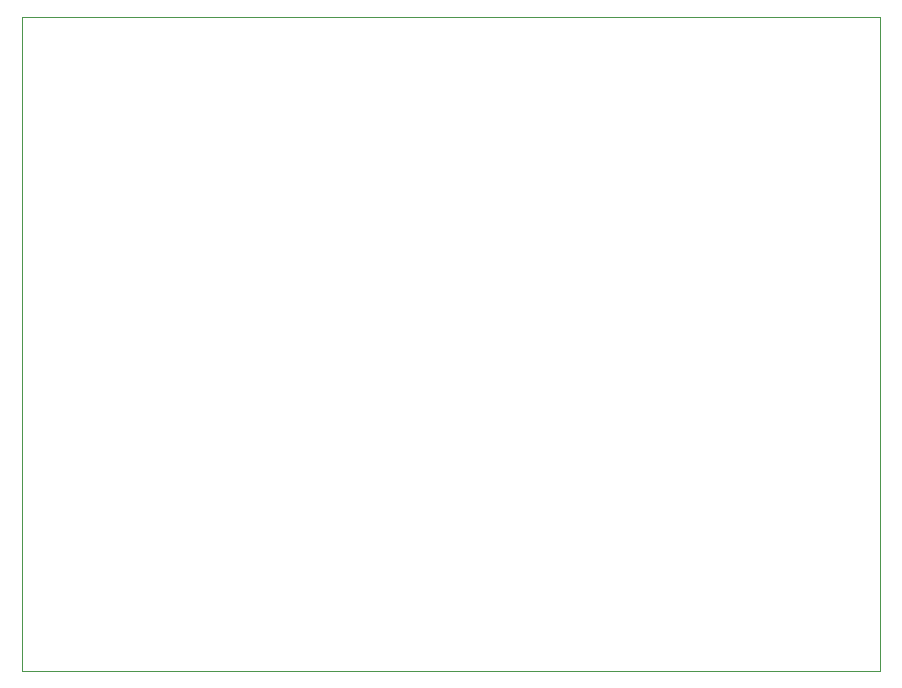
<source format=gbr>
G04 #@! TF.GenerationSoftware,KiCad,Pcbnew,(5.1.2-1)-1*
G04 #@! TF.CreationDate,2019-09-02T14:14:07+01:00*
G04 #@! TF.ProjectId,MZ80-ROMPG,4d5a3830-2d52-44f4-9d50-472e6b696361,rev?*
G04 #@! TF.SameCoordinates,Original*
G04 #@! TF.FileFunction,Profile,NP*
%FSLAX46Y46*%
G04 Gerber Fmt 4.6, Leading zero omitted, Abs format (unit mm)*
G04 Created by KiCad (PCBNEW (5.1.2-1)-1) date 2019-09-02 14:14:07*
%MOMM*%
%LPD*%
G04 APERTURE LIST*
%ADD10C,0.100000*%
G04 APERTURE END LIST*
D10*
X121031000Y-126619000D02*
X121031000Y-71247000D01*
X193675000Y-126619000D02*
X121031000Y-126619000D01*
X193675000Y-71247000D02*
X193675000Y-126619000D01*
X121031000Y-71247000D02*
X193675000Y-71247000D01*
M02*

</source>
